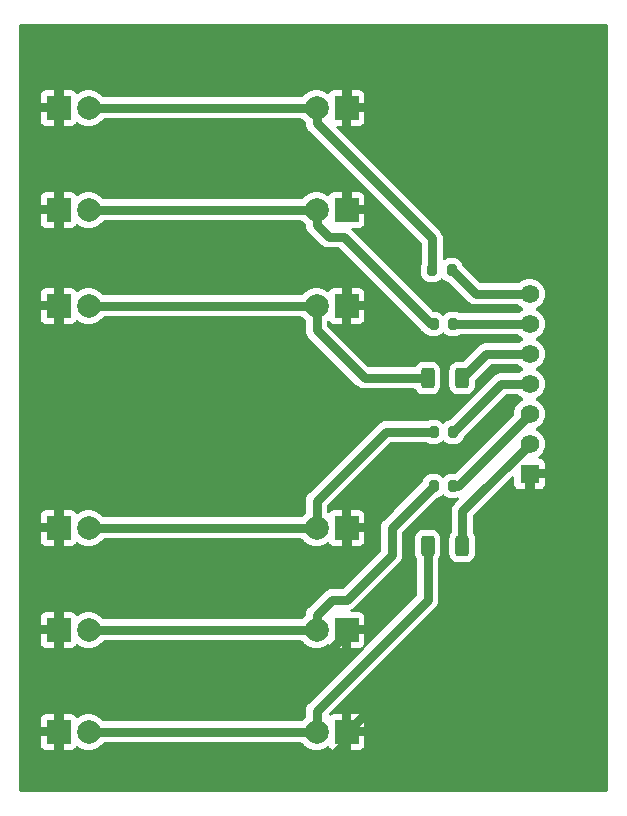
<source format=gtl>
%TF.GenerationSoftware,KiCad,Pcbnew,8.0.2*%
%TF.CreationDate,2024-05-20T12:28:02-04:00*%
%TF.ProjectId,Traffic_Light_PCBv01,54726166-6669-4635-9f4c-696768745f50,v02*%
%TF.SameCoordinates,Original*%
%TF.FileFunction,Copper,L1,Top*%
%TF.FilePolarity,Positive*%
%FSLAX46Y46*%
G04 Gerber Fmt 4.6, Leading zero omitted, Abs format (unit mm)*
G04 Created by KiCad (PCBNEW 8.0.2) date 2024-05-20 12:28:02*
%MOMM*%
%LPD*%
G01*
G04 APERTURE LIST*
G04 Aperture macros list*
%AMRoundRect*
0 Rectangle with rounded corners*
0 $1 Rounding radius*
0 $2 $3 $4 $5 $6 $7 $8 $9 X,Y pos of 4 corners*
0 Add a 4 corners polygon primitive as box body*
4,1,4,$2,$3,$4,$5,$6,$7,$8,$9,$2,$3,0*
0 Add four circle primitives for the rounded corners*
1,1,$1+$1,$2,$3*
1,1,$1+$1,$4,$5*
1,1,$1+$1,$6,$7*
1,1,$1+$1,$8,$9*
0 Add four rect primitives between the rounded corners*
20,1,$1+$1,$2,$3,$4,$5,0*
20,1,$1+$1,$4,$5,$6,$7,0*
20,1,$1+$1,$6,$7,$8,$9,0*
20,1,$1+$1,$8,$9,$2,$3,0*%
G04 Aperture macros list end*
%TA.AperFunction,ComponentPad*%
%ADD10R,2.000000X2.000000*%
%TD*%
%TA.AperFunction,ComponentPad*%
%ADD11C,2.000000*%
%TD*%
%TA.AperFunction,SMDPad,CuDef*%
%ADD12RoundRect,0.250000X0.312500X0.625000X-0.312500X0.625000X-0.312500X-0.625000X0.312500X-0.625000X0*%
%TD*%
%TA.AperFunction,SMDPad,CuDef*%
%ADD13RoundRect,0.200000X0.200000X0.275000X-0.200000X0.275000X-0.200000X-0.275000X0.200000X-0.275000X0*%
%TD*%
%TA.AperFunction,ComponentPad*%
%ADD14R,1.574800X1.574800*%
%TD*%
%TA.AperFunction,ComponentPad*%
%ADD15C,1.574800*%
%TD*%
%TA.AperFunction,Conductor*%
%ADD16C,0.762000*%
%TD*%
G04 APERTURE END LIST*
D10*
%TO.P,D10,1,K*%
%TO.N,GND*%
X155194000Y-104140000D03*
D11*
%TO.P,D10,2,A*%
%TO.N,Net-(D10-A)*%
X152654000Y-104140000D03*
%TD*%
D10*
%TO.P,D9,1,K*%
%TO.N,GND*%
X130810000Y-121412000D03*
D11*
%TO.P,D9,2,A*%
%TO.N,Net-(D12-A)*%
X133350000Y-121412000D03*
%TD*%
D10*
%TO.P,D3,1,K*%
%TO.N,GND*%
X130810000Y-85344000D03*
D11*
%TO.P,D3,2,A*%
%TO.N,Net-(D3-A)*%
X133350000Y-85344000D03*
%TD*%
D12*
%TO.P,R6,1*%
%TO.N,/EW_GREEN*%
X164977000Y-105664000D03*
%TO.P,R6,2*%
%TO.N,Net-(D12-A)*%
X162052000Y-105664000D03*
%TD*%
D13*
%TO.P,R2,1*%
%TO.N,/NS_YELLOW*%
X164210000Y-86868000D03*
%TO.P,R2,2*%
%TO.N,Net-(D2-A)*%
X162560000Y-86868000D03*
%TD*%
D10*
%TO.P,D11,1,K*%
%TO.N,GND*%
X155194000Y-112776000D03*
D11*
%TO.P,D11,2,A*%
%TO.N,Net-(D11-A)*%
X152654000Y-112776000D03*
%TD*%
D10*
%TO.P,D6,1,K*%
%TO.N,GND*%
X155194000Y-85344000D03*
D11*
%TO.P,D6,2,A*%
%TO.N,Net-(D3-A)*%
X152654000Y-85344000D03*
%TD*%
D10*
%TO.P,D4,1,K*%
%TO.N,GND*%
X155194000Y-68580000D03*
D11*
%TO.P,D4,2,A*%
%TO.N,Net-(D1-A)*%
X152654000Y-68580000D03*
%TD*%
D10*
%TO.P,D8,1,K*%
%TO.N,GND*%
X130810000Y-112776000D03*
D11*
%TO.P,D8,2,A*%
%TO.N,Net-(D11-A)*%
X133350000Y-112776000D03*
%TD*%
D10*
%TO.P,D5,1,K*%
%TO.N,GND*%
X155194000Y-77216000D03*
D11*
%TO.P,D5,2,A*%
%TO.N,Net-(D2-A)*%
X152654000Y-77216000D03*
%TD*%
D10*
%TO.P,D12,1,K*%
%TO.N,GND*%
X155194000Y-121412000D03*
D11*
%TO.P,D12,2,A*%
%TO.N,Net-(D12-A)*%
X152654000Y-121412000D03*
%TD*%
D13*
%TO.P,R5,1*%
%TO.N,/EW_YELLOW*%
X164210000Y-100584000D03*
%TO.P,R5,2*%
%TO.N,Net-(D11-A)*%
X162560000Y-100584000D03*
%TD*%
D12*
%TO.P,R3,1*%
%TO.N,/NS_GREEN*%
X164977000Y-91440000D03*
%TO.P,R3,2*%
%TO.N,Net-(D3-A)*%
X162052000Y-91440000D03*
%TD*%
D10*
%TO.P,D2,1,K*%
%TO.N,GND*%
X130810000Y-77216000D03*
D11*
%TO.P,D2,2,A*%
%TO.N,Net-(D2-A)*%
X133350000Y-77216000D03*
%TD*%
D14*
%TO.P,J1,1*%
%TO.N,GND*%
X170688000Y-99568000D03*
D15*
%TO.P,J1,2*%
%TO.N,/EW_GREEN*%
X170688000Y-97028000D03*
%TO.P,J1,3*%
%TO.N,/EW_YELLOW*%
X170688000Y-94488000D03*
%TO.P,J1,4*%
%TO.N,/EW_RED*%
X170688000Y-91948000D03*
%TO.P,J1,5*%
%TO.N,/NS_GREEN*%
X170688000Y-89408000D03*
%TO.P,J1,6*%
%TO.N,/NS_YELLOW*%
X170688000Y-86868000D03*
%TO.P,J1,7*%
%TO.N,/NS_RED*%
X170688000Y-84328000D03*
%TD*%
D13*
%TO.P,R1,1*%
%TO.N,/NS_RED*%
X164084000Y-82296000D03*
%TO.P,R1,2*%
%TO.N,Net-(D1-A)*%
X162434000Y-82296000D03*
%TD*%
D10*
%TO.P,D1,1,K*%
%TO.N,GND*%
X130810000Y-68580000D03*
D11*
%TO.P,D1,2,A*%
%TO.N,Net-(D1-A)*%
X133350000Y-68580000D03*
%TD*%
D10*
%TO.P,D7,1,K*%
%TO.N,GND*%
X130810000Y-104140000D03*
D11*
%TO.P,D7,2,A*%
%TO.N,Net-(D10-A)*%
X133350000Y-104140000D03*
%TD*%
D13*
%TO.P,R4,1*%
%TO.N,/EW_RED*%
X164210000Y-96012000D03*
%TO.P,R4,2*%
%TO.N,Net-(D10-A)*%
X162560000Y-96012000D03*
%TD*%
D16*
%TO.N,GND*%
X155194000Y-122174000D02*
X152908000Y-124460000D01*
X132080000Y-124460000D02*
X130810000Y-123190000D01*
X130810000Y-81280000D02*
X153670000Y-81280000D01*
X150876000Y-117348000D02*
X130810000Y-117348000D01*
X130810000Y-77216000D02*
X130810000Y-73152000D01*
X155194000Y-66548000D02*
X153670000Y-65024000D01*
X130810000Y-104140000D02*
X130810000Y-107696000D01*
X130810000Y-81280000D02*
X130810000Y-81788000D01*
X130810000Y-115316000D02*
X130810000Y-117348000D01*
X130810000Y-107696000D02*
X130810000Y-108204000D01*
X153670000Y-65024000D02*
X132080000Y-65024000D01*
X130810000Y-73152000D02*
X153162000Y-73152000D01*
X130810000Y-123190000D02*
X130810000Y-121412000D01*
X130810000Y-81788000D02*
X130810000Y-85344000D01*
X130810000Y-85344000D02*
X130810000Y-104110000D01*
X130810000Y-117348000D02*
X130810000Y-119380000D01*
X132080000Y-65024000D02*
X130810000Y-66294000D01*
X170688000Y-105918000D02*
X155194000Y-121412000D01*
X153416000Y-108204000D02*
X155194000Y-106426000D01*
X130810000Y-66294000D02*
X130810000Y-68580000D01*
X130810000Y-111730000D02*
X130810000Y-115316000D01*
X170688000Y-99568000D02*
X170688000Y-105918000D01*
X153162000Y-73152000D02*
X155194000Y-75184000D01*
X155194000Y-113030000D02*
X150876000Y-117348000D01*
X130810000Y-77216000D02*
X130810000Y-81280000D01*
X155194000Y-82804000D02*
X155194000Y-85344000D01*
X153670000Y-81280000D02*
X155194000Y-82804000D01*
X130810000Y-120650000D02*
X130810000Y-119380000D01*
X130810000Y-108204000D02*
X153416000Y-108204000D01*
X155194000Y-68580000D02*
X155194000Y-66548000D01*
X155194000Y-75184000D02*
X155194000Y-77216000D01*
X152908000Y-124460000D02*
X132080000Y-124460000D01*
X155194000Y-106426000D02*
X155194000Y-104140000D01*
X130810000Y-108204000D02*
X130810000Y-111730000D01*
X130810000Y-73152000D02*
X130810000Y-68580000D01*
%TO.N,Net-(D1-A)*%
X133350000Y-68580000D02*
X152654000Y-68580000D01*
X152654000Y-68580000D02*
X152654000Y-69850000D01*
X162434000Y-79630000D02*
X162434000Y-82296000D01*
X152654000Y-69850000D02*
X162434000Y-79630000D01*
%TO.N,Net-(D2-A)*%
X153670000Y-79502000D02*
X154940000Y-79502000D01*
X152654000Y-77216000D02*
X152654000Y-78486000D01*
X154940000Y-79502000D02*
X162306000Y-86868000D01*
X162306000Y-86868000D02*
X162560000Y-86868000D01*
X152654000Y-78486000D02*
X153670000Y-79502000D01*
X133350000Y-77216000D02*
X152654000Y-77216000D01*
%TO.N,Net-(D3-A)*%
X133096000Y-85344000D02*
X152654000Y-85344000D01*
X152654000Y-85344000D02*
X152654000Y-87376000D01*
X152654000Y-87376000D02*
X156718000Y-91440000D01*
X156718000Y-91440000D02*
X162052000Y-91440000D01*
%TO.N,Net-(D10-A)*%
X152654000Y-104140000D02*
X152654000Y-101854000D01*
X152654000Y-101854000D02*
X158496000Y-96012000D01*
X158496000Y-96012000D02*
X162560000Y-96012000D01*
X133350000Y-104140000D02*
X152654000Y-104140000D01*
%TO.N,Net-(D11-A)*%
X159004000Y-104140000D02*
X162560000Y-100584000D01*
X152654000Y-112776000D02*
X152654000Y-111506000D01*
X155194000Y-110236000D02*
X159004000Y-106426000D01*
X159004000Y-106426000D02*
X159004000Y-104140000D01*
X152654000Y-111506000D02*
X153924000Y-110236000D01*
X153924000Y-110236000D02*
X155194000Y-110236000D01*
X133350000Y-112776000D02*
X152654000Y-112776000D01*
%TO.N,Net-(D12-A)*%
X162052000Y-110236000D02*
X162052000Y-105664000D01*
X152654000Y-121412000D02*
X152654000Y-119634000D01*
X133350000Y-121412000D02*
X152654000Y-121412000D01*
X152654000Y-119634000D02*
X162052000Y-110236000D01*
%TO.N,/EW_GREEN*%
X170688000Y-97028000D02*
X164977000Y-102739000D01*
X164977000Y-102739000D02*
X164977000Y-105664000D01*
%TO.N,/EW_RED*%
X170688000Y-91948000D02*
X168274000Y-91948000D01*
X168274000Y-91948000D02*
X164210000Y-96012000D01*
%TO.N,/NS_GREEN*%
X167009000Y-89408000D02*
X164977000Y-91440000D01*
X170688000Y-89408000D02*
X167009000Y-89408000D01*
%TO.N,/NS_RED*%
X170688000Y-84328000D02*
X166116000Y-84328000D01*
X166116000Y-84328000D02*
X164084000Y-82296000D01*
%TO.N,/EW_YELLOW*%
X170688000Y-94488000D02*
X164592000Y-100584000D01*
%TO.N,/NS_YELLOW*%
X170688000Y-86868000D02*
X164210000Y-86868000D01*
%TD*%
%TA.AperFunction,Conductor*%
%TO.N,GND*%
G36*
X177242539Y-61480185D02*
G01*
X177288294Y-61532989D01*
X177299500Y-61584500D01*
X177299500Y-126375500D01*
X177279815Y-126442539D01*
X177227011Y-126488294D01*
X177175500Y-126499500D01*
X127624500Y-126499500D01*
X127557461Y-126479815D01*
X127511706Y-126427011D01*
X127500500Y-126375500D01*
X127500500Y-122460581D01*
X129302000Y-122460581D01*
X129308506Y-122521097D01*
X129359553Y-122657961D01*
X129447096Y-122774903D01*
X129564038Y-122862445D01*
X129564038Y-122862446D01*
X129700902Y-122913493D01*
X129761418Y-122919999D01*
X129761420Y-122920000D01*
X130429000Y-122920000D01*
X130429000Y-121793000D01*
X129302000Y-121793000D01*
X129302000Y-122460581D01*
X127500500Y-122460581D01*
X127500500Y-121346174D01*
X130310000Y-121346174D01*
X130310000Y-121477826D01*
X130344075Y-121604993D01*
X130409901Y-121719007D01*
X130502993Y-121812099D01*
X130617007Y-121877925D01*
X130744174Y-121912000D01*
X130875826Y-121912000D01*
X131002993Y-121877925D01*
X131117007Y-121812099D01*
X131191000Y-121738106D01*
X131191000Y-122920000D01*
X131858580Y-122920000D01*
X131858581Y-122919999D01*
X131919097Y-122913493D01*
X132055961Y-122862446D01*
X132055961Y-122862445D01*
X132172903Y-122774903D01*
X132265761Y-122650862D01*
X132267469Y-122652140D01*
X132308396Y-122611205D01*
X132376667Y-122596346D01*
X132442134Y-122620756D01*
X132448358Y-122625734D01*
X132460584Y-122636176D01*
X132460586Y-122636177D01*
X132460589Y-122636179D01*
X132663037Y-122760240D01*
X132663040Y-122760242D01*
X132882403Y-122851104D01*
X132882404Y-122851104D01*
X132882406Y-122851105D01*
X133113289Y-122906535D01*
X133350000Y-122925165D01*
X133586711Y-122906535D01*
X133817594Y-122851105D01*
X133817596Y-122851104D01*
X133817597Y-122851104D01*
X134036959Y-122760242D01*
X134036960Y-122760241D01*
X134036963Y-122760240D01*
X134239416Y-122636176D01*
X134419969Y-122481969D01*
X134536979Y-122344968D01*
X134595486Y-122306775D01*
X134631269Y-122301500D01*
X151372731Y-122301500D01*
X151439770Y-122321185D01*
X151467021Y-122344968D01*
X151584031Y-122481969D01*
X151717949Y-122596346D01*
X151764586Y-122636178D01*
X151764589Y-122636179D01*
X151967037Y-122760240D01*
X151967040Y-122760242D01*
X152186403Y-122851104D01*
X152186404Y-122851104D01*
X152186406Y-122851105D01*
X152417289Y-122906535D01*
X152654000Y-122925165D01*
X152890711Y-122906535D01*
X153121594Y-122851105D01*
X153121596Y-122851104D01*
X153121597Y-122851104D01*
X153340959Y-122760242D01*
X153340960Y-122760241D01*
X153340963Y-122760240D01*
X153543416Y-122636176D01*
X153555632Y-122625741D01*
X153619388Y-122597171D01*
X153688475Y-122607605D01*
X153737940Y-122651085D01*
X153738239Y-122650862D01*
X153739303Y-122652284D01*
X153740953Y-122653734D01*
X153743027Y-122657258D01*
X153831096Y-122774903D01*
X153948038Y-122862445D01*
X153948038Y-122862446D01*
X154084902Y-122913493D01*
X154145418Y-122919999D01*
X154145420Y-122920000D01*
X154813000Y-122920000D01*
X155575000Y-122920000D01*
X156242580Y-122920000D01*
X156242581Y-122919999D01*
X156303097Y-122913493D01*
X156439961Y-122862446D01*
X156439961Y-122862445D01*
X156556903Y-122774903D01*
X156644445Y-122657961D01*
X156644446Y-122657961D01*
X156695493Y-122521097D01*
X156701999Y-122460581D01*
X156702000Y-122460580D01*
X156702000Y-121793000D01*
X155575000Y-121793000D01*
X155575000Y-122920000D01*
X154813000Y-122920000D01*
X154813000Y-121738106D01*
X154886993Y-121812099D01*
X155001007Y-121877925D01*
X155128174Y-121912000D01*
X155259826Y-121912000D01*
X155386993Y-121877925D01*
X155501007Y-121812099D01*
X155594099Y-121719007D01*
X155659925Y-121604993D01*
X155694000Y-121477826D01*
X155694000Y-121346174D01*
X155659925Y-121219007D01*
X155594099Y-121104993D01*
X155520106Y-121031000D01*
X155575000Y-121031000D01*
X156702000Y-121031000D01*
X156702000Y-120363420D01*
X156701999Y-120363418D01*
X156695493Y-120302902D01*
X156644446Y-120166038D01*
X156556903Y-120049096D01*
X156439961Y-119961554D01*
X156439961Y-119961553D01*
X156303097Y-119910506D01*
X156242581Y-119904000D01*
X155575000Y-119904000D01*
X155575000Y-121031000D01*
X155520106Y-121031000D01*
X155501007Y-121011901D01*
X155386993Y-120946075D01*
X155259826Y-120912000D01*
X155128174Y-120912000D01*
X155001007Y-120946075D01*
X154886993Y-121011901D01*
X154813000Y-121085894D01*
X154813000Y-119904000D01*
X154145418Y-119904000D01*
X154084902Y-119910506D01*
X153948038Y-119961553D01*
X153948033Y-119961556D01*
X153889528Y-120005353D01*
X153824064Y-120029770D01*
X153755791Y-120014918D01*
X153706386Y-119965513D01*
X153691534Y-119897240D01*
X153715951Y-119831775D01*
X153727530Y-119818412D01*
X162742920Y-110803023D01*
X162840265Y-110657336D01*
X162907317Y-110495458D01*
X162941500Y-110323608D01*
X162941500Y-110148392D01*
X162941500Y-106833534D01*
X162959962Y-106768437D01*
X163056610Y-106611746D01*
X163056609Y-106611746D01*
X163056615Y-106611738D01*
X163112387Y-106443426D01*
X163123000Y-106339545D01*
X163122999Y-104988456D01*
X163112387Y-104884574D01*
X163056615Y-104716262D01*
X162963530Y-104565348D01*
X162838152Y-104439970D01*
X162687238Y-104346885D01*
X162645314Y-104332993D01*
X162518927Y-104291113D01*
X162415046Y-104280500D01*
X161688962Y-104280500D01*
X161688946Y-104280501D01*
X161585072Y-104291113D01*
X161416764Y-104346884D01*
X161416759Y-104346886D01*
X161265846Y-104439971D01*
X161140471Y-104565346D01*
X161047386Y-104716259D01*
X161047384Y-104716264D01*
X160991613Y-104884572D01*
X160981000Y-104988447D01*
X160981000Y-106339537D01*
X160981001Y-106339553D01*
X160991613Y-106443427D01*
X161047384Y-106611735D01*
X161047389Y-106611746D01*
X161144038Y-106768437D01*
X161162500Y-106833534D01*
X161162500Y-109816195D01*
X161142815Y-109883234D01*
X161126181Y-109903876D01*
X156787594Y-114242462D01*
X156726271Y-114275947D01*
X156692721Y-114273547D01*
X156696465Y-114290757D01*
X156672049Y-114356222D01*
X156660462Y-114369594D01*
X152086977Y-118943080D01*
X152025027Y-119005029D01*
X151963078Y-119066978D01*
X151865738Y-119212657D01*
X151865731Y-119212670D01*
X151798684Y-119374537D01*
X151798681Y-119374549D01*
X151764500Y-119546387D01*
X151764500Y-120130730D01*
X151744815Y-120197769D01*
X151721032Y-120225020D01*
X151584031Y-120342031D01*
X151467021Y-120479032D01*
X151408514Y-120517225D01*
X151372731Y-120522500D01*
X134631269Y-120522500D01*
X134564230Y-120502815D01*
X134536979Y-120479032D01*
X134520993Y-120460316D01*
X134419969Y-120342031D01*
X134282967Y-120225020D01*
X134239413Y-120187821D01*
X134239410Y-120187820D01*
X134036962Y-120063759D01*
X134036959Y-120063757D01*
X133817596Y-119972895D01*
X133586714Y-119917465D01*
X133350000Y-119898835D01*
X133113285Y-119917465D01*
X132882404Y-119972895D01*
X132882402Y-119972895D01*
X132663040Y-120063757D01*
X132663037Y-120063759D01*
X132460586Y-120187821D01*
X132460575Y-120187829D01*
X132448364Y-120198259D01*
X132384602Y-120226828D01*
X132315517Y-120216389D01*
X132266062Y-120172912D01*
X132265761Y-120173138D01*
X132264686Y-120171702D01*
X132263042Y-120170257D01*
X132260973Y-120166742D01*
X132172903Y-120049096D01*
X132055961Y-119961554D01*
X132055961Y-119961553D01*
X131919097Y-119910506D01*
X131858581Y-119904000D01*
X131191000Y-119904000D01*
X131191000Y-121085894D01*
X131117007Y-121011901D01*
X131002993Y-120946075D01*
X130875826Y-120912000D01*
X130744174Y-120912000D01*
X130617007Y-120946075D01*
X130502993Y-121011901D01*
X130409901Y-121104993D01*
X130344075Y-121219007D01*
X130310000Y-121346174D01*
X127500500Y-121346174D01*
X127500500Y-120363418D01*
X129302000Y-120363418D01*
X129302000Y-121031000D01*
X130429000Y-121031000D01*
X130429000Y-119904000D01*
X129761418Y-119904000D01*
X129700902Y-119910506D01*
X129564038Y-119961553D01*
X129564038Y-119961554D01*
X129447096Y-120049096D01*
X129359554Y-120166038D01*
X129359553Y-120166038D01*
X129308506Y-120302902D01*
X129302000Y-120363418D01*
X127500500Y-120363418D01*
X127500500Y-113824581D01*
X129302000Y-113824581D01*
X129308506Y-113885097D01*
X129359553Y-114021961D01*
X129447096Y-114138903D01*
X129564038Y-114226445D01*
X129564038Y-114226446D01*
X129700902Y-114277493D01*
X129761418Y-114283999D01*
X129761420Y-114284000D01*
X130429000Y-114284000D01*
X130429000Y-113157000D01*
X129302000Y-113157000D01*
X129302000Y-113824581D01*
X127500500Y-113824581D01*
X127500500Y-111727418D01*
X129302000Y-111727418D01*
X129302000Y-112395000D01*
X130429000Y-112395000D01*
X130429000Y-111268000D01*
X129761418Y-111268000D01*
X129700902Y-111274506D01*
X129564038Y-111325553D01*
X129564038Y-111325554D01*
X129447096Y-111413096D01*
X129359554Y-111530038D01*
X129359553Y-111530038D01*
X129308506Y-111666902D01*
X129302000Y-111727418D01*
X127500500Y-111727418D01*
X127500500Y-105188581D01*
X129302000Y-105188581D01*
X129308506Y-105249097D01*
X129359553Y-105385961D01*
X129447096Y-105502903D01*
X129564038Y-105590445D01*
X129564038Y-105590446D01*
X129700902Y-105641493D01*
X129761418Y-105647999D01*
X129761420Y-105648000D01*
X130429000Y-105648000D01*
X130429000Y-104521000D01*
X129302000Y-104521000D01*
X129302000Y-105188581D01*
X127500500Y-105188581D01*
X127500500Y-103091418D01*
X129302000Y-103091418D01*
X129302000Y-103759000D01*
X130429000Y-103759000D01*
X130429000Y-102632000D01*
X129761418Y-102632000D01*
X129700902Y-102638506D01*
X129564038Y-102689553D01*
X129564038Y-102689554D01*
X129447096Y-102777096D01*
X129359554Y-102894038D01*
X129359553Y-102894038D01*
X129308506Y-103030902D01*
X129302000Y-103091418D01*
X127500500Y-103091418D01*
X127500500Y-86392581D01*
X129302000Y-86392581D01*
X129308506Y-86453097D01*
X129359553Y-86589961D01*
X129447096Y-86706903D01*
X129564038Y-86794445D01*
X129564038Y-86794446D01*
X129700902Y-86845493D01*
X129761418Y-86851999D01*
X129761420Y-86852000D01*
X130429000Y-86852000D01*
X130429000Y-85725000D01*
X129302000Y-85725000D01*
X129302000Y-86392581D01*
X127500500Y-86392581D01*
X127500500Y-85278174D01*
X130310000Y-85278174D01*
X130310000Y-85409826D01*
X130344075Y-85536993D01*
X130409901Y-85651007D01*
X130502993Y-85744099D01*
X130617007Y-85809925D01*
X130744174Y-85844000D01*
X130875826Y-85844000D01*
X131002993Y-85809925D01*
X131117007Y-85744099D01*
X131191000Y-85670106D01*
X131191000Y-86852000D01*
X131858580Y-86852000D01*
X131858581Y-86851999D01*
X131919097Y-86845493D01*
X132055961Y-86794446D01*
X132055961Y-86794445D01*
X132172903Y-86706903D01*
X132265761Y-86582862D01*
X132267469Y-86584140D01*
X132308396Y-86543205D01*
X132376667Y-86528346D01*
X132442134Y-86552756D01*
X132448358Y-86557734D01*
X132460584Y-86568176D01*
X132460586Y-86568177D01*
X132460589Y-86568179D01*
X132663037Y-86692240D01*
X132663040Y-86692242D01*
X132882403Y-86783104D01*
X132882404Y-86783104D01*
X132882406Y-86783105D01*
X133113289Y-86838535D01*
X133350000Y-86857165D01*
X133586711Y-86838535D01*
X133817594Y-86783105D01*
X133817596Y-86783104D01*
X133817597Y-86783104D01*
X134036959Y-86692242D01*
X134036960Y-86692241D01*
X134036963Y-86692240D01*
X134239416Y-86568176D01*
X134419969Y-86413969D01*
X134536979Y-86276968D01*
X134595486Y-86238775D01*
X134631269Y-86233500D01*
X151372731Y-86233500D01*
X151439770Y-86253185D01*
X151467021Y-86276968D01*
X151584033Y-86413971D01*
X151721031Y-86530978D01*
X151759225Y-86589484D01*
X151764500Y-86625268D01*
X151764500Y-87463612D01*
X151798681Y-87635450D01*
X151798684Y-87635462D01*
X151865731Y-87797329D01*
X151865738Y-87797342D01*
X151963079Y-87943022D01*
X151963082Y-87943026D01*
X156027080Y-92007023D01*
X156135594Y-92115537D01*
X156150978Y-92130921D01*
X156296657Y-92228261D01*
X156296670Y-92228268D01*
X156458537Y-92295315D01*
X156458542Y-92295317D01*
X156630387Y-92329499D01*
X156630391Y-92329500D01*
X156630392Y-92329500D01*
X160942257Y-92329500D01*
X161009296Y-92349185D01*
X161047793Y-92388400D01*
X161140470Y-92538652D01*
X161265848Y-92664030D01*
X161416762Y-92757115D01*
X161585074Y-92812887D01*
X161688955Y-92823500D01*
X162415044Y-92823499D01*
X162518926Y-92812887D01*
X162687238Y-92757115D01*
X162838152Y-92664030D01*
X162963530Y-92538652D01*
X163056615Y-92387738D01*
X163112387Y-92219426D01*
X163123000Y-92115545D01*
X163122999Y-90764456D01*
X163112387Y-90660574D01*
X163056615Y-90492262D01*
X162963530Y-90341348D01*
X162838152Y-90215970D01*
X162687238Y-90122885D01*
X162687235Y-90122884D01*
X162518927Y-90067113D01*
X162415046Y-90056500D01*
X161688962Y-90056500D01*
X161688946Y-90056501D01*
X161585072Y-90067113D01*
X161416764Y-90122884D01*
X161416759Y-90122886D01*
X161265846Y-90215971D01*
X161140471Y-90341346D01*
X161140470Y-90341348D01*
X161047794Y-90491598D01*
X160995848Y-90538321D01*
X160942257Y-90550500D01*
X157137805Y-90550500D01*
X157070766Y-90530815D01*
X157050124Y-90514181D01*
X153579819Y-87043876D01*
X153546334Y-86982553D01*
X153543500Y-86956195D01*
X153543500Y-86695281D01*
X153563185Y-86628242D01*
X153615989Y-86582487D01*
X153685147Y-86572543D01*
X153748703Y-86601568D01*
X153766767Y-86620970D01*
X153831096Y-86706903D01*
X153948038Y-86794445D01*
X153948038Y-86794446D01*
X154084902Y-86845493D01*
X154145418Y-86851999D01*
X154145420Y-86852000D01*
X154813000Y-86852000D01*
X155575000Y-86852000D01*
X156242580Y-86852000D01*
X156242581Y-86851999D01*
X156303097Y-86845493D01*
X156439961Y-86794446D01*
X156439961Y-86794445D01*
X156556903Y-86706903D01*
X156644445Y-86589961D01*
X156644446Y-86589961D01*
X156695493Y-86453097D01*
X156701999Y-86392581D01*
X156702000Y-86392580D01*
X156702000Y-85725000D01*
X155575000Y-85725000D01*
X155575000Y-86852000D01*
X154813000Y-86852000D01*
X154813000Y-85670106D01*
X154886993Y-85744099D01*
X155001007Y-85809925D01*
X155128174Y-85844000D01*
X155259826Y-85844000D01*
X155386993Y-85809925D01*
X155501007Y-85744099D01*
X155594099Y-85651007D01*
X155659925Y-85536993D01*
X155694000Y-85409826D01*
X155694000Y-85278174D01*
X155659925Y-85151007D01*
X155594099Y-85036993D01*
X155520106Y-84963000D01*
X155575000Y-84963000D01*
X156702000Y-84963000D01*
X156702000Y-84295420D01*
X156701999Y-84295418D01*
X156695493Y-84234902D01*
X156644446Y-84098038D01*
X156556903Y-83981096D01*
X156439961Y-83893554D01*
X156439961Y-83893553D01*
X156303097Y-83842506D01*
X156242581Y-83836000D01*
X155575000Y-83836000D01*
X155575000Y-84963000D01*
X155520106Y-84963000D01*
X155501007Y-84943901D01*
X155386993Y-84878075D01*
X155259826Y-84844000D01*
X155128174Y-84844000D01*
X155001007Y-84878075D01*
X154886993Y-84943901D01*
X154813000Y-85017894D01*
X154813000Y-83836000D01*
X154145418Y-83836000D01*
X154084902Y-83842506D01*
X153948038Y-83893553D01*
X153948038Y-83893554D01*
X153831096Y-83981096D01*
X153738239Y-84105138D01*
X153736533Y-84103861D01*
X153695578Y-84144807D01*
X153627303Y-84159651D01*
X153561842Y-84135226D01*
X153555641Y-84130265D01*
X153543416Y-84119824D01*
X153543414Y-84119822D01*
X153543412Y-84119821D01*
X153543410Y-84119820D01*
X153340962Y-83995759D01*
X153340959Y-83995757D01*
X153121596Y-83904895D01*
X152890714Y-83849465D01*
X152654000Y-83830835D01*
X152417285Y-83849465D01*
X152186404Y-83904895D01*
X152186402Y-83904895D01*
X151967040Y-83995757D01*
X151967037Y-83995759D01*
X151764589Y-84119820D01*
X151764586Y-84119821D01*
X151584031Y-84274031D01*
X151467021Y-84411032D01*
X151408514Y-84449225D01*
X151372731Y-84454500D01*
X134631269Y-84454500D01*
X134564230Y-84434815D01*
X134536979Y-84411032D01*
X134520993Y-84392316D01*
X134419969Y-84274031D01*
X134285084Y-84158828D01*
X134239413Y-84119821D01*
X134239410Y-84119820D01*
X134036962Y-83995759D01*
X134036959Y-83995757D01*
X133817596Y-83904895D01*
X133586714Y-83849465D01*
X133350000Y-83830835D01*
X133113285Y-83849465D01*
X132882404Y-83904895D01*
X132882402Y-83904895D01*
X132663040Y-83995757D01*
X132663037Y-83995759D01*
X132460586Y-84119821D01*
X132460575Y-84119829D01*
X132448364Y-84130259D01*
X132384602Y-84158828D01*
X132315517Y-84148389D01*
X132266062Y-84104912D01*
X132265761Y-84105138D01*
X132264686Y-84103702D01*
X132263042Y-84102257D01*
X132260973Y-84098742D01*
X132172903Y-83981096D01*
X132055961Y-83893554D01*
X132055961Y-83893553D01*
X131919097Y-83842506D01*
X131858581Y-83836000D01*
X131191000Y-83836000D01*
X131191000Y-85017894D01*
X131117007Y-84943901D01*
X131002993Y-84878075D01*
X130875826Y-84844000D01*
X130744174Y-84844000D01*
X130617007Y-84878075D01*
X130502993Y-84943901D01*
X130409901Y-85036993D01*
X130344075Y-85151007D01*
X130310000Y-85278174D01*
X127500500Y-85278174D01*
X127500500Y-84295418D01*
X129302000Y-84295418D01*
X129302000Y-84963000D01*
X130429000Y-84963000D01*
X130429000Y-83836000D01*
X129761418Y-83836000D01*
X129700902Y-83842506D01*
X129564038Y-83893553D01*
X129564038Y-83893554D01*
X129447096Y-83981096D01*
X129359554Y-84098038D01*
X129359553Y-84098038D01*
X129308506Y-84234902D01*
X129302000Y-84295418D01*
X127500500Y-84295418D01*
X127500500Y-78264581D01*
X129302000Y-78264581D01*
X129308506Y-78325097D01*
X129359553Y-78461961D01*
X129447096Y-78578903D01*
X129564038Y-78666445D01*
X129564038Y-78666446D01*
X129700902Y-78717493D01*
X129761418Y-78723999D01*
X129761420Y-78724000D01*
X130429000Y-78724000D01*
X130429000Y-77597000D01*
X129302000Y-77597000D01*
X129302000Y-78264581D01*
X127500500Y-78264581D01*
X127500500Y-76167418D01*
X129302000Y-76167418D01*
X129302000Y-76835000D01*
X130429000Y-76835000D01*
X130429000Y-75708000D01*
X129761418Y-75708000D01*
X129700902Y-75714506D01*
X129564038Y-75765553D01*
X129564038Y-75765554D01*
X129447096Y-75853096D01*
X129359554Y-75970038D01*
X129359553Y-75970038D01*
X129308506Y-76106902D01*
X129302000Y-76167418D01*
X127500500Y-76167418D01*
X127500500Y-69628581D01*
X129302000Y-69628581D01*
X129308506Y-69689097D01*
X129359553Y-69825961D01*
X129447096Y-69942903D01*
X129564038Y-70030445D01*
X129564038Y-70030446D01*
X129700902Y-70081493D01*
X129761418Y-70087999D01*
X129761420Y-70088000D01*
X130429000Y-70088000D01*
X130429000Y-68961000D01*
X129302000Y-68961000D01*
X129302000Y-69628581D01*
X127500500Y-69628581D01*
X127500500Y-68514174D01*
X130310000Y-68514174D01*
X130310000Y-68645826D01*
X130344075Y-68772993D01*
X130409901Y-68887007D01*
X130502993Y-68980099D01*
X130617007Y-69045925D01*
X130744174Y-69080000D01*
X130875826Y-69080000D01*
X131002993Y-69045925D01*
X131117007Y-68980099D01*
X131191000Y-68906106D01*
X131191000Y-70088000D01*
X131858580Y-70088000D01*
X131858581Y-70087999D01*
X131919097Y-70081493D01*
X132055961Y-70030446D01*
X132055961Y-70030445D01*
X132172903Y-69942903D01*
X132265761Y-69818862D01*
X132267469Y-69820140D01*
X132308396Y-69779205D01*
X132376667Y-69764346D01*
X132442134Y-69788756D01*
X132448358Y-69793734D01*
X132460584Y-69804176D01*
X132460586Y-69804177D01*
X132460589Y-69804179D01*
X132663037Y-69928240D01*
X132663040Y-69928242D01*
X132882403Y-70019104D01*
X132882404Y-70019104D01*
X132882406Y-70019105D01*
X133113289Y-70074535D01*
X133350000Y-70093165D01*
X133586711Y-70074535D01*
X133817594Y-70019105D01*
X133817596Y-70019104D01*
X133817597Y-70019104D01*
X134036959Y-69928242D01*
X134036960Y-69928241D01*
X134036963Y-69928240D01*
X134239416Y-69804176D01*
X134419969Y-69649969D01*
X134536979Y-69512968D01*
X134595486Y-69474775D01*
X134631269Y-69469500D01*
X151372731Y-69469500D01*
X151439770Y-69489185D01*
X151467021Y-69512968D01*
X151584033Y-69649971D01*
X151721031Y-69766978D01*
X151759225Y-69825484D01*
X151764500Y-69861268D01*
X151764500Y-69937612D01*
X151798681Y-70109450D01*
X151798684Y-70109462D01*
X151865731Y-70271329D01*
X151865738Y-70271342D01*
X151963079Y-70417022D01*
X151963082Y-70417026D01*
X161508181Y-79962124D01*
X161541666Y-80023447D01*
X161544500Y-80049805D01*
X161544500Y-81833321D01*
X161538885Y-81870211D01*
X161531988Y-81892344D01*
X161531987Y-81892346D01*
X161525500Y-81963737D01*
X161525500Y-82628272D01*
X161531985Y-82699645D01*
X161531988Y-82699655D01*
X161583171Y-82863909D01*
X161672186Y-83011158D01*
X161793841Y-83132813D01*
X161793843Y-83132814D01*
X161793845Y-83132816D01*
X161941087Y-83221827D01*
X162105351Y-83273013D01*
X162176735Y-83279500D01*
X162691264Y-83279499D01*
X162691272Y-83279499D01*
X162762645Y-83273014D01*
X162762648Y-83273013D01*
X162762649Y-83273013D01*
X162926913Y-83221827D01*
X163074155Y-83132816D01*
X163101373Y-83105598D01*
X163171319Y-83035653D01*
X163232642Y-83002168D01*
X163302334Y-83007152D01*
X163346681Y-83035653D01*
X163443841Y-83132813D01*
X163443843Y-83132814D01*
X163443845Y-83132816D01*
X163591087Y-83221827D01*
X163591090Y-83221828D01*
X163591089Y-83221828D01*
X163755344Y-83273011D01*
X163755355Y-83273014D01*
X163763124Y-83273720D01*
X163828108Y-83299389D01*
X163839586Y-83309530D01*
X165548973Y-85018917D01*
X165548977Y-85018920D01*
X165694657Y-85116261D01*
X165694670Y-85116268D01*
X165810317Y-85164170D01*
X165856542Y-85183317D01*
X166028387Y-85217499D01*
X166028391Y-85217500D01*
X166028392Y-85217500D01*
X166203608Y-85217500D01*
X169693459Y-85217500D01*
X169760498Y-85237185D01*
X169781140Y-85253819D01*
X169851828Y-85324507D01*
X169851834Y-85324512D01*
X170037570Y-85454566D01*
X170037572Y-85454567D01*
X170037575Y-85454569D01*
X170104160Y-85485618D01*
X170156599Y-85531790D01*
X170175751Y-85598984D01*
X170155535Y-85665865D01*
X170104160Y-85710382D01*
X170037574Y-85741431D01*
X170037570Y-85741433D01*
X169851834Y-85871487D01*
X169851828Y-85871492D01*
X169781140Y-85942181D01*
X169719817Y-85975666D01*
X169693459Y-85978500D01*
X164797573Y-85978500D01*
X164733424Y-85960617D01*
X164702915Y-85942174D01*
X164702914Y-85942173D01*
X164702913Y-85942173D01*
X164538649Y-85890987D01*
X164538647Y-85890986D01*
X164538645Y-85890986D01*
X164488667Y-85886444D01*
X164467265Y-85884500D01*
X164467262Y-85884500D01*
X163952727Y-85884500D01*
X163881354Y-85890985D01*
X163881344Y-85890988D01*
X163717090Y-85942171D01*
X163569841Y-86031186D01*
X163569840Y-86031187D01*
X163472681Y-86128347D01*
X163411358Y-86161832D01*
X163341666Y-86156848D01*
X163297319Y-86128347D01*
X163200158Y-86031186D01*
X163052913Y-85942173D01*
X163052907Y-85942171D01*
X162888649Y-85890987D01*
X162888647Y-85890986D01*
X162888645Y-85890986D01*
X162838667Y-85886444D01*
X162817265Y-85884500D01*
X162817262Y-85884500D01*
X162631805Y-85884500D01*
X162564766Y-85864815D01*
X162544124Y-85848181D01*
X155631625Y-78935681D01*
X155598140Y-78874358D01*
X155603124Y-78804666D01*
X155644996Y-78748733D01*
X155710460Y-78724316D01*
X155719306Y-78724000D01*
X156242580Y-78724000D01*
X156242581Y-78723999D01*
X156303097Y-78717493D01*
X156439961Y-78666446D01*
X156439961Y-78666445D01*
X156556903Y-78578903D01*
X156644445Y-78461961D01*
X156644446Y-78461961D01*
X156695493Y-78325097D01*
X156701999Y-78264581D01*
X156702000Y-78264580D01*
X156702000Y-77597000D01*
X155520106Y-77597000D01*
X155594099Y-77523007D01*
X155659925Y-77408993D01*
X155694000Y-77281826D01*
X155694000Y-77150174D01*
X155659925Y-77023007D01*
X155594099Y-76908993D01*
X155520106Y-76835000D01*
X155575000Y-76835000D01*
X156702000Y-76835000D01*
X156702000Y-76167420D01*
X156701999Y-76167418D01*
X156695493Y-76106902D01*
X156644446Y-75970038D01*
X156556903Y-75853096D01*
X156439961Y-75765554D01*
X156439961Y-75765553D01*
X156303097Y-75714506D01*
X156242581Y-75708000D01*
X155575000Y-75708000D01*
X155575000Y-76835000D01*
X155520106Y-76835000D01*
X155501007Y-76815901D01*
X155386993Y-76750075D01*
X155259826Y-76716000D01*
X155128174Y-76716000D01*
X155001007Y-76750075D01*
X154886993Y-76815901D01*
X154813000Y-76889894D01*
X154813000Y-75708000D01*
X154145418Y-75708000D01*
X154084902Y-75714506D01*
X153948038Y-75765553D01*
X153948038Y-75765554D01*
X153831096Y-75853096D01*
X153738239Y-75977138D01*
X153736533Y-75975861D01*
X153695578Y-76016807D01*
X153627303Y-76031651D01*
X153561842Y-76007226D01*
X153555641Y-76002265D01*
X153543416Y-75991824D01*
X153543414Y-75991822D01*
X153543412Y-75991821D01*
X153543410Y-75991820D01*
X153340962Y-75867759D01*
X153340959Y-75867757D01*
X153121596Y-75776895D01*
X152890714Y-75721465D01*
X152654000Y-75702835D01*
X152417285Y-75721465D01*
X152186404Y-75776895D01*
X152186402Y-75776895D01*
X151967040Y-75867757D01*
X151967037Y-75867759D01*
X151764589Y-75991820D01*
X151764586Y-75991821D01*
X151584031Y-76146031D01*
X151467021Y-76283032D01*
X151408514Y-76321225D01*
X151372731Y-76326500D01*
X134631269Y-76326500D01*
X134564230Y-76306815D01*
X134536979Y-76283032D01*
X134520993Y-76264316D01*
X134419969Y-76146031D01*
X134285084Y-76030828D01*
X134239413Y-75991821D01*
X134239410Y-75991820D01*
X134036962Y-75867759D01*
X134036959Y-75867757D01*
X133817596Y-75776895D01*
X133586714Y-75721465D01*
X133350000Y-75702835D01*
X133113285Y-75721465D01*
X132882404Y-75776895D01*
X132882402Y-75776895D01*
X132663040Y-75867757D01*
X132663037Y-75867759D01*
X132460586Y-75991821D01*
X132460575Y-75991829D01*
X132448364Y-76002259D01*
X132384602Y-76030828D01*
X132315517Y-76020389D01*
X132266062Y-75976912D01*
X132265761Y-75977138D01*
X132264686Y-75975702D01*
X132263042Y-75974257D01*
X132260973Y-75970742D01*
X132172903Y-75853096D01*
X132055961Y-75765554D01*
X132055961Y-75765553D01*
X131919097Y-75714506D01*
X131858581Y-75708000D01*
X131191000Y-75708000D01*
X131191000Y-76889894D01*
X131117007Y-76815901D01*
X131002993Y-76750075D01*
X130875826Y-76716000D01*
X130744174Y-76716000D01*
X130617007Y-76750075D01*
X130502993Y-76815901D01*
X130409901Y-76908993D01*
X130344075Y-77023007D01*
X130310000Y-77150174D01*
X130310000Y-77281826D01*
X130344075Y-77408993D01*
X130409901Y-77523007D01*
X130502993Y-77616099D01*
X130617007Y-77681925D01*
X130744174Y-77716000D01*
X130875826Y-77716000D01*
X131002993Y-77681925D01*
X131117007Y-77616099D01*
X131191000Y-77542106D01*
X131191000Y-78724000D01*
X131858580Y-78724000D01*
X131858581Y-78723999D01*
X131919097Y-78717493D01*
X132055961Y-78666446D01*
X132055961Y-78666445D01*
X132172903Y-78578903D01*
X132265761Y-78454862D01*
X132267469Y-78456140D01*
X132308396Y-78415205D01*
X132376667Y-78400346D01*
X132442134Y-78424756D01*
X132448358Y-78429734D01*
X132460584Y-78440176D01*
X132460586Y-78440177D01*
X132460589Y-78440179D01*
X132663037Y-78564240D01*
X132663040Y-78564242D01*
X132882403Y-78655104D01*
X132882404Y-78655104D01*
X132882406Y-78655105D01*
X133113289Y-78710535D01*
X133350000Y-78729165D01*
X133586711Y-78710535D01*
X133817594Y-78655105D01*
X133817596Y-78655104D01*
X133817597Y-78655104D01*
X134036959Y-78564242D01*
X134036960Y-78564241D01*
X134036963Y-78564240D01*
X134239416Y-78440176D01*
X134419969Y-78285969D01*
X134536979Y-78148968D01*
X134595486Y-78110775D01*
X134631269Y-78105500D01*
X151372731Y-78105500D01*
X151439770Y-78125185D01*
X151467021Y-78148968D01*
X151584033Y-78285971D01*
X151721031Y-78402978D01*
X151759225Y-78461484D01*
X151764500Y-78497268D01*
X151764500Y-78573612D01*
X151798681Y-78745450D01*
X151798684Y-78745462D01*
X151865731Y-78907329D01*
X151865738Y-78907342D01*
X151963079Y-79053022D01*
X151963082Y-79053026D01*
X153102973Y-80192917D01*
X153102977Y-80192920D01*
X153248657Y-80290261D01*
X153248670Y-80290268D01*
X153410537Y-80357315D01*
X153410542Y-80357317D01*
X153582387Y-80391499D01*
X153582391Y-80391500D01*
X153582392Y-80391500D01*
X153757608Y-80391500D01*
X154520195Y-80391500D01*
X154587234Y-80411185D01*
X154607876Y-80427819D01*
X161615080Y-87435023D01*
X161738977Y-87558920D01*
X161834220Y-87622559D01*
X161853002Y-87637973D01*
X161919845Y-87704816D01*
X162067087Y-87793827D01*
X162231351Y-87845013D01*
X162302735Y-87851500D01*
X162817264Y-87851499D01*
X162817272Y-87851499D01*
X162888645Y-87845014D01*
X162888648Y-87845013D01*
X162888649Y-87845013D01*
X163052913Y-87793827D01*
X163200155Y-87704816D01*
X163200806Y-87704165D01*
X163297319Y-87607653D01*
X163358642Y-87574168D01*
X163428334Y-87579152D01*
X163472681Y-87607653D01*
X163569841Y-87704813D01*
X163569843Y-87704814D01*
X163569845Y-87704816D01*
X163717087Y-87793827D01*
X163881351Y-87845013D01*
X163952735Y-87851500D01*
X164467264Y-87851499D01*
X164467272Y-87851499D01*
X164538645Y-87845014D01*
X164538648Y-87845013D01*
X164538649Y-87845013D01*
X164702913Y-87793827D01*
X164714995Y-87786522D01*
X164733424Y-87775383D01*
X164797573Y-87757500D01*
X169693459Y-87757500D01*
X169760498Y-87777185D01*
X169781140Y-87793819D01*
X169851828Y-87864507D01*
X169851834Y-87864512D01*
X170037570Y-87994566D01*
X170037572Y-87994567D01*
X170037575Y-87994569D01*
X170104160Y-88025618D01*
X170156599Y-88071790D01*
X170175751Y-88138984D01*
X170155535Y-88205865D01*
X170104160Y-88250382D01*
X170037574Y-88281431D01*
X170037570Y-88281433D01*
X169851834Y-88411487D01*
X169851828Y-88411492D01*
X169781140Y-88482181D01*
X169719817Y-88515666D01*
X169693459Y-88518500D01*
X166921387Y-88518500D01*
X166749549Y-88552681D01*
X166749537Y-88552684D01*
X166587670Y-88619731D01*
X166587657Y-88619738D01*
X166441977Y-88717079D01*
X166441973Y-88717082D01*
X165138874Y-90020181D01*
X165077551Y-90053666D01*
X165051193Y-90056500D01*
X164613962Y-90056500D01*
X164613946Y-90056501D01*
X164510072Y-90067113D01*
X164341764Y-90122884D01*
X164341759Y-90122886D01*
X164190846Y-90215971D01*
X164065471Y-90341346D01*
X163972386Y-90492259D01*
X163972384Y-90492264D01*
X163916613Y-90660572D01*
X163906000Y-90764447D01*
X163906000Y-92115537D01*
X163906001Y-92115553D01*
X163916613Y-92219427D01*
X163972384Y-92387735D01*
X163972386Y-92387740D01*
X163975579Y-92392917D01*
X164065470Y-92538652D01*
X164190848Y-92664030D01*
X164341762Y-92757115D01*
X164510074Y-92812887D01*
X164613955Y-92823500D01*
X165340044Y-92823499D01*
X165443926Y-92812887D01*
X165612238Y-92757115D01*
X165763152Y-92664030D01*
X165888530Y-92538652D01*
X165981615Y-92387738D01*
X166037387Y-92219426D01*
X166048000Y-92115545D01*
X166047999Y-91678303D01*
X166067683Y-91611265D01*
X166084313Y-91590628D01*
X167341124Y-90333819D01*
X167402447Y-90300334D01*
X167428805Y-90297500D01*
X169693459Y-90297500D01*
X169760498Y-90317185D01*
X169781140Y-90333819D01*
X169851828Y-90404507D01*
X169851834Y-90404512D01*
X170037570Y-90534566D01*
X170037572Y-90534567D01*
X170037575Y-90534569D01*
X170104160Y-90565618D01*
X170156599Y-90611790D01*
X170175751Y-90678984D01*
X170155535Y-90745865D01*
X170104160Y-90790382D01*
X170037574Y-90821431D01*
X170037570Y-90821433D01*
X169851834Y-90951487D01*
X169851828Y-90951492D01*
X169781140Y-91022181D01*
X169719817Y-91055666D01*
X169693459Y-91058500D01*
X168186387Y-91058500D01*
X168014549Y-91092681D01*
X168014537Y-91092684D01*
X167852670Y-91159731D01*
X167852657Y-91159738D01*
X167706977Y-91257079D01*
X167706973Y-91257082D01*
X163965585Y-94998470D01*
X163904262Y-95031955D01*
X163889131Y-95034279D01*
X163881351Y-95034987D01*
X163771841Y-95069111D01*
X163717086Y-95086173D01*
X163569841Y-95175186D01*
X163569840Y-95175187D01*
X163472681Y-95272347D01*
X163411358Y-95305832D01*
X163341666Y-95300848D01*
X163297319Y-95272347D01*
X163200158Y-95175186D01*
X163169550Y-95156683D01*
X163052913Y-95086173D01*
X162888649Y-95034987D01*
X162888647Y-95034986D01*
X162888645Y-95034986D01*
X162836159Y-95030217D01*
X162817265Y-95028500D01*
X162817262Y-95028500D01*
X162302727Y-95028500D01*
X162231354Y-95034985D01*
X162231344Y-95034988D01*
X162067089Y-95086171D01*
X162067085Y-95086173D01*
X162036576Y-95104617D01*
X161972427Y-95122500D01*
X158408387Y-95122500D01*
X158236549Y-95156681D01*
X158236537Y-95156684D01*
X158074670Y-95223731D01*
X158074657Y-95223738D01*
X157928977Y-95321079D01*
X157928973Y-95321082D01*
X153502873Y-99747184D01*
X152086977Y-101163080D01*
X152055421Y-101194636D01*
X151963078Y-101286978D01*
X151865738Y-101432657D01*
X151865731Y-101432670D01*
X151798684Y-101594537D01*
X151798681Y-101594549D01*
X151764500Y-101766387D01*
X151764500Y-102858730D01*
X151744815Y-102925769D01*
X151721032Y-102953020D01*
X151584031Y-103070031D01*
X151467021Y-103207032D01*
X151408514Y-103245225D01*
X151372731Y-103250500D01*
X134631269Y-103250500D01*
X134564230Y-103230815D01*
X134536979Y-103207032D01*
X134495788Y-103158804D01*
X134419969Y-103070031D01*
X134282967Y-102953020D01*
X134239413Y-102915821D01*
X134239410Y-102915820D01*
X134036962Y-102791759D01*
X134036959Y-102791757D01*
X133817596Y-102700895D01*
X133586714Y-102645465D01*
X133350000Y-102626835D01*
X133113285Y-102645465D01*
X132882404Y-102700895D01*
X132882402Y-102700895D01*
X132663040Y-102791757D01*
X132663037Y-102791759D01*
X132460586Y-102915821D01*
X132460575Y-102915829D01*
X132448364Y-102926259D01*
X132384602Y-102954828D01*
X132315517Y-102944389D01*
X132266062Y-102900912D01*
X132265761Y-102901138D01*
X132264686Y-102899702D01*
X132263042Y-102898257D01*
X132260973Y-102894742D01*
X132172903Y-102777096D01*
X132055961Y-102689554D01*
X132055961Y-102689553D01*
X131919097Y-102638506D01*
X131858581Y-102632000D01*
X131191000Y-102632000D01*
X131191000Y-103813894D01*
X131117007Y-103739901D01*
X131002993Y-103674075D01*
X130875826Y-103640000D01*
X130744174Y-103640000D01*
X130617007Y-103674075D01*
X130502993Y-103739901D01*
X130409901Y-103832993D01*
X130344075Y-103947007D01*
X130310000Y-104074174D01*
X130310000Y-104205826D01*
X130344075Y-104332993D01*
X130409901Y-104447007D01*
X130502993Y-104540099D01*
X130617007Y-104605925D01*
X130744174Y-104640000D01*
X130875826Y-104640000D01*
X131002993Y-104605925D01*
X131117007Y-104540099D01*
X131191000Y-104466106D01*
X131191000Y-105648000D01*
X131858580Y-105648000D01*
X131858581Y-105647999D01*
X131919097Y-105641493D01*
X132055961Y-105590446D01*
X132055961Y-105590445D01*
X132172903Y-105502903D01*
X132265761Y-105378862D01*
X132267469Y-105380140D01*
X132308396Y-105339205D01*
X132376667Y-105324346D01*
X132442134Y-105348756D01*
X132448358Y-105353734D01*
X132460584Y-105364176D01*
X132460586Y-105364177D01*
X132460589Y-105364179D01*
X132663037Y-105488240D01*
X132663040Y-105488242D01*
X132882403Y-105579104D01*
X132882404Y-105579104D01*
X132882406Y-105579105D01*
X133113289Y-105634535D01*
X133350000Y-105653165D01*
X133586711Y-105634535D01*
X133817594Y-105579105D01*
X133817596Y-105579104D01*
X133817597Y-105579104D01*
X134036959Y-105488242D01*
X134036960Y-105488241D01*
X134036963Y-105488240D01*
X134239416Y-105364176D01*
X134419969Y-105209969D01*
X134536979Y-105072968D01*
X134595486Y-105034775D01*
X134631269Y-105029500D01*
X151372731Y-105029500D01*
X151439770Y-105049185D01*
X151467021Y-105072968D01*
X151584031Y-105209969D01*
X151717949Y-105324346D01*
X151764586Y-105364178D01*
X151764589Y-105364179D01*
X151967037Y-105488240D01*
X151967040Y-105488242D01*
X152186403Y-105579104D01*
X152186404Y-105579104D01*
X152186406Y-105579105D01*
X152417289Y-105634535D01*
X152654000Y-105653165D01*
X152890711Y-105634535D01*
X153121594Y-105579105D01*
X153121596Y-105579104D01*
X153121597Y-105579104D01*
X153340959Y-105488242D01*
X153340960Y-105488241D01*
X153340963Y-105488240D01*
X153543416Y-105364176D01*
X153555632Y-105353741D01*
X153619388Y-105325171D01*
X153688475Y-105335605D01*
X153737940Y-105379085D01*
X153738239Y-105378862D01*
X153739303Y-105380284D01*
X153740953Y-105381734D01*
X153743027Y-105385258D01*
X153831096Y-105502903D01*
X153948038Y-105590445D01*
X153948038Y-105590446D01*
X154084902Y-105641493D01*
X154145418Y-105647999D01*
X154145420Y-105648000D01*
X154813000Y-105648000D01*
X155575000Y-105648000D01*
X156242580Y-105648000D01*
X156242581Y-105647999D01*
X156303097Y-105641493D01*
X156439961Y-105590446D01*
X156439961Y-105590445D01*
X156556903Y-105502903D01*
X156644445Y-105385961D01*
X156644446Y-105385961D01*
X156695493Y-105249097D01*
X156701999Y-105188581D01*
X156702000Y-105188580D01*
X156702000Y-104521000D01*
X155575000Y-104521000D01*
X155575000Y-105648000D01*
X154813000Y-105648000D01*
X154813000Y-104466106D01*
X154886993Y-104540099D01*
X155001007Y-104605925D01*
X155128174Y-104640000D01*
X155259826Y-104640000D01*
X155386993Y-104605925D01*
X155501007Y-104540099D01*
X155594099Y-104447007D01*
X155659925Y-104332993D01*
X155694000Y-104205826D01*
X155694000Y-104074174D01*
X155659925Y-103947007D01*
X155594099Y-103832993D01*
X155520106Y-103759000D01*
X155575000Y-103759000D01*
X156702000Y-103759000D01*
X156702000Y-103091420D01*
X156701999Y-103091418D01*
X156695493Y-103030902D01*
X156644446Y-102894038D01*
X156556903Y-102777096D01*
X156439961Y-102689554D01*
X156439961Y-102689553D01*
X156303097Y-102638506D01*
X156242581Y-102632000D01*
X155575000Y-102632000D01*
X155575000Y-103759000D01*
X155520106Y-103759000D01*
X155501007Y-103739901D01*
X155386993Y-103674075D01*
X155259826Y-103640000D01*
X155128174Y-103640000D01*
X155001007Y-103674075D01*
X154886993Y-103739901D01*
X154813000Y-103813894D01*
X154813000Y-102632000D01*
X154145418Y-102632000D01*
X154084902Y-102638506D01*
X153948038Y-102689553D01*
X153948038Y-102689554D01*
X153831096Y-102777096D01*
X153766767Y-102863029D01*
X153710833Y-102904900D01*
X153641141Y-102909884D01*
X153579818Y-102876399D01*
X153546334Y-102815075D01*
X153543500Y-102788718D01*
X153543500Y-102273805D01*
X153563185Y-102206766D01*
X153579819Y-102186124D01*
X158828124Y-96937819D01*
X158889447Y-96904334D01*
X158915805Y-96901500D01*
X161972427Y-96901500D01*
X162036576Y-96919383D01*
X162059881Y-96933471D01*
X162067087Y-96937827D01*
X162231351Y-96989013D01*
X162302735Y-96995500D01*
X162817264Y-96995499D01*
X162817272Y-96995499D01*
X162888645Y-96989014D01*
X162888648Y-96989013D01*
X162888649Y-96989013D01*
X163052913Y-96937827D01*
X163200155Y-96848816D01*
X163246867Y-96802104D01*
X163297319Y-96751653D01*
X163358642Y-96718168D01*
X163428334Y-96723152D01*
X163472681Y-96751653D01*
X163569841Y-96848813D01*
X163569843Y-96848814D01*
X163569845Y-96848816D01*
X163717087Y-96937827D01*
X163881351Y-96989013D01*
X163952735Y-96995500D01*
X164467264Y-96995499D01*
X164467272Y-96995499D01*
X164538645Y-96989014D01*
X164538648Y-96989013D01*
X164538649Y-96989013D01*
X164702913Y-96937827D01*
X164850155Y-96848816D01*
X164971816Y-96727155D01*
X165060827Y-96579913D01*
X165112013Y-96415649D01*
X165112719Y-96407873D01*
X165138388Y-96342891D01*
X165148522Y-96331419D01*
X168606124Y-92873819D01*
X168667447Y-92840334D01*
X168693805Y-92837500D01*
X169693459Y-92837500D01*
X169760498Y-92857185D01*
X169781140Y-92873819D01*
X169851828Y-92944507D01*
X169851834Y-92944512D01*
X170037570Y-93074566D01*
X170037572Y-93074567D01*
X170037575Y-93074569D01*
X170104160Y-93105618D01*
X170156599Y-93151790D01*
X170175751Y-93218984D01*
X170155535Y-93285865D01*
X170104160Y-93330382D01*
X170037574Y-93361431D01*
X170037570Y-93361433D01*
X169851834Y-93491487D01*
X169851828Y-93491492D01*
X169691492Y-93651828D01*
X169691487Y-93651834D01*
X169561433Y-93837570D01*
X169561431Y-93837574D01*
X169465602Y-94043081D01*
X169465598Y-94043090D01*
X169406914Y-94262104D01*
X169406912Y-94262114D01*
X169386969Y-94490060D01*
X169361516Y-94555129D01*
X169351122Y-94566933D01*
X164353874Y-99564181D01*
X164292551Y-99597666D01*
X164266193Y-99600500D01*
X163952727Y-99600500D01*
X163881354Y-99606985D01*
X163881344Y-99606988D01*
X163717090Y-99658171D01*
X163569841Y-99747186D01*
X163569840Y-99747187D01*
X163472681Y-99844347D01*
X163411358Y-99877832D01*
X163341666Y-99872848D01*
X163297319Y-99844347D01*
X163200158Y-99747186D01*
X163052913Y-99658173D01*
X162988890Y-99638223D01*
X162888649Y-99606987D01*
X162888647Y-99606986D01*
X162888645Y-99606986D01*
X162838667Y-99602444D01*
X162817265Y-99600500D01*
X162817262Y-99600500D01*
X162302727Y-99600500D01*
X162231354Y-99606985D01*
X162231344Y-99606988D01*
X162067090Y-99658171D01*
X161919841Y-99747186D01*
X161798186Y-99868841D01*
X161709173Y-100016086D01*
X161709173Y-100016087D01*
X161657987Y-100180351D01*
X161657987Y-100180353D01*
X161657280Y-100188131D01*
X161631606Y-100253113D01*
X161621470Y-100264585D01*
X159196504Y-102689553D01*
X158436977Y-103449080D01*
X158375027Y-103511029D01*
X158313078Y-103572978D01*
X158215738Y-103718657D01*
X158215731Y-103718670D01*
X158148684Y-103880537D01*
X158148681Y-103880549D01*
X158114500Y-104052387D01*
X158114500Y-106006195D01*
X158094815Y-106073234D01*
X158078181Y-106093876D01*
X154861876Y-109310181D01*
X154800553Y-109343666D01*
X154774195Y-109346500D01*
X153836388Y-109346500D01*
X153664549Y-109380681D01*
X153664537Y-109380684D01*
X153502670Y-109447731D01*
X153502657Y-109447738D01*
X153356977Y-109545079D01*
X153356973Y-109545082D01*
X152244728Y-110657329D01*
X152086977Y-110815080D01*
X152025027Y-110877029D01*
X151963078Y-110938978D01*
X151865738Y-111084657D01*
X151865731Y-111084670D01*
X151798684Y-111246537D01*
X151798681Y-111246549D01*
X151764500Y-111418387D01*
X151764500Y-111494730D01*
X151744815Y-111561769D01*
X151721032Y-111589020D01*
X151584031Y-111706031D01*
X151467021Y-111843032D01*
X151408514Y-111881225D01*
X151372731Y-111886500D01*
X134631269Y-111886500D01*
X134564230Y-111866815D01*
X134536979Y-111843032D01*
X134520993Y-111824316D01*
X134419969Y-111706031D01*
X134282967Y-111589020D01*
X134239413Y-111551821D01*
X134239410Y-111551820D01*
X134036962Y-111427759D01*
X134036959Y-111427757D01*
X133817596Y-111336895D01*
X133586714Y-111281465D01*
X133350000Y-111262835D01*
X133113285Y-111281465D01*
X132882404Y-111336895D01*
X132882402Y-111336895D01*
X132663040Y-111427757D01*
X132663037Y-111427759D01*
X132460586Y-111551821D01*
X132460575Y-111551829D01*
X132448364Y-111562259D01*
X132384602Y-111590828D01*
X132315517Y-111580389D01*
X132266062Y-111536912D01*
X132265761Y-111537138D01*
X132264686Y-111535702D01*
X132263042Y-111534257D01*
X132260973Y-111530742D01*
X132172903Y-111413096D01*
X132055961Y-111325554D01*
X132055961Y-111325553D01*
X131919097Y-111274506D01*
X131858581Y-111268000D01*
X131191000Y-111268000D01*
X131191000Y-112449894D01*
X131117007Y-112375901D01*
X131002993Y-112310075D01*
X130875826Y-112276000D01*
X130744174Y-112276000D01*
X130617007Y-112310075D01*
X130502993Y-112375901D01*
X130409901Y-112468993D01*
X130344075Y-112583007D01*
X130310000Y-112710174D01*
X130310000Y-112841826D01*
X130344075Y-112968993D01*
X130409901Y-113083007D01*
X130502993Y-113176099D01*
X130617007Y-113241925D01*
X130744174Y-113276000D01*
X130875826Y-113276000D01*
X131002993Y-113241925D01*
X131117007Y-113176099D01*
X131191000Y-113102106D01*
X131191000Y-114284000D01*
X131858580Y-114284000D01*
X131858581Y-114283999D01*
X131919097Y-114277493D01*
X132055961Y-114226446D01*
X132055961Y-114226445D01*
X132172903Y-114138903D01*
X132265761Y-114014862D01*
X132267469Y-114016140D01*
X132308396Y-113975205D01*
X132376667Y-113960346D01*
X132442134Y-113984756D01*
X132448358Y-113989734D01*
X132460584Y-114000176D01*
X132460586Y-114000177D01*
X132460589Y-114000179D01*
X132663037Y-114124240D01*
X132663040Y-114124242D01*
X132882403Y-114215104D01*
X132882404Y-114215104D01*
X132882406Y-114215105D01*
X133113289Y-114270535D01*
X133350000Y-114289165D01*
X133586711Y-114270535D01*
X133817594Y-114215105D01*
X133817596Y-114215104D01*
X133817597Y-114215104D01*
X134036959Y-114124242D01*
X134036960Y-114124241D01*
X134036963Y-114124240D01*
X134239416Y-114000176D01*
X134419969Y-113845969D01*
X134536979Y-113708968D01*
X134595486Y-113670775D01*
X134631269Y-113665500D01*
X151372731Y-113665500D01*
X151439770Y-113685185D01*
X151467021Y-113708968D01*
X151584031Y-113845969D01*
X151717949Y-113960346D01*
X151764586Y-114000178D01*
X151764589Y-114000179D01*
X151967037Y-114124240D01*
X151967040Y-114124242D01*
X152186403Y-114215104D01*
X152186404Y-114215104D01*
X152186406Y-114215105D01*
X152417289Y-114270535D01*
X152654000Y-114289165D01*
X152890711Y-114270535D01*
X153121594Y-114215105D01*
X153121596Y-114215104D01*
X153121597Y-114215104D01*
X153340959Y-114124242D01*
X153340960Y-114124241D01*
X153340963Y-114124240D01*
X153543416Y-114000176D01*
X153555632Y-113989741D01*
X153619388Y-113961171D01*
X153688475Y-113971605D01*
X153737940Y-114015085D01*
X153738239Y-114014862D01*
X153739303Y-114016284D01*
X153740953Y-114017734D01*
X153743027Y-114021258D01*
X153831096Y-114138903D01*
X153948038Y-114226445D01*
X153948038Y-114226446D01*
X154084902Y-114277493D01*
X154145418Y-114283999D01*
X154145420Y-114284000D01*
X154813000Y-114284000D01*
X155575000Y-114284000D01*
X156242580Y-114284000D01*
X156242581Y-114283999D01*
X156303097Y-114277493D01*
X156439961Y-114226446D01*
X156439962Y-114226445D01*
X156498469Y-114182647D01*
X156563933Y-114158229D01*
X156576794Y-114161026D01*
X156591081Y-114095354D01*
X156600647Y-114080469D01*
X156644445Y-114021962D01*
X156644446Y-114021961D01*
X156695493Y-113885097D01*
X156701999Y-113824581D01*
X156702000Y-113824580D01*
X156702000Y-113157000D01*
X155575000Y-113157000D01*
X155575000Y-114284000D01*
X154813000Y-114284000D01*
X154813000Y-113102106D01*
X154886993Y-113176099D01*
X155001007Y-113241925D01*
X155128174Y-113276000D01*
X155259826Y-113276000D01*
X155386993Y-113241925D01*
X155501007Y-113176099D01*
X155594099Y-113083007D01*
X155659925Y-112968993D01*
X155694000Y-112841826D01*
X155694000Y-112710174D01*
X155659925Y-112583007D01*
X155594099Y-112468993D01*
X155520106Y-112395000D01*
X156702000Y-112395000D01*
X156702000Y-111727420D01*
X156701999Y-111727418D01*
X156695493Y-111666902D01*
X156644446Y-111530038D01*
X156556903Y-111413096D01*
X156439961Y-111325554D01*
X156439961Y-111325553D01*
X156303097Y-111274506D01*
X156242581Y-111268000D01*
X155650298Y-111268000D01*
X155583259Y-111248315D01*
X155537504Y-111195511D01*
X155527560Y-111126353D01*
X155556585Y-111062797D01*
X155602846Y-111029439D01*
X155615329Y-111024268D01*
X155615329Y-111024267D01*
X155615336Y-111024265D01*
X155761023Y-110926920D01*
X159694920Y-106993023D01*
X159792265Y-106847336D01*
X159859317Y-106685458D01*
X159893500Y-106513608D01*
X159893500Y-106338391D01*
X159893500Y-104559804D01*
X159913185Y-104492765D01*
X159929814Y-104472128D01*
X162804413Y-101597528D01*
X162865734Y-101564045D01*
X162880869Y-101561719D01*
X162888649Y-101561013D01*
X162888651Y-101561012D01*
X162888653Y-101561012D01*
X163052910Y-101509828D01*
X163052910Y-101509827D01*
X163052913Y-101509827D01*
X163200155Y-101420816D01*
X163248706Y-101372265D01*
X163297319Y-101323653D01*
X163358642Y-101290168D01*
X163428334Y-101295152D01*
X163472681Y-101323653D01*
X163569841Y-101420813D01*
X163569843Y-101420814D01*
X163569845Y-101420816D01*
X163717087Y-101509827D01*
X163881351Y-101561013D01*
X163952735Y-101567500D01*
X164467264Y-101567499D01*
X164467272Y-101567499D01*
X164538645Y-101561014D01*
X164538649Y-101561013D01*
X164538652Y-101561012D01*
X164578968Y-101548448D01*
X164648829Y-101547297D01*
X164708221Y-101584097D01*
X164738290Y-101647166D01*
X164729488Y-101716479D01*
X164703541Y-101754515D01*
X164409977Y-102048080D01*
X164348027Y-102110029D01*
X164286078Y-102171978D01*
X164188738Y-102317657D01*
X164188731Y-102317670D01*
X164121684Y-102479537D01*
X164121681Y-102479549D01*
X164087500Y-102651387D01*
X164087500Y-104494465D01*
X164069039Y-104559562D01*
X163972386Y-104716259D01*
X163972384Y-104716264D01*
X163916613Y-104884572D01*
X163906000Y-104988447D01*
X163906000Y-106339537D01*
X163906001Y-106339553D01*
X163916613Y-106443427D01*
X163939869Y-106513609D01*
X163972385Y-106611738D01*
X164065470Y-106762652D01*
X164190848Y-106888030D01*
X164341762Y-106981115D01*
X164510074Y-107036887D01*
X164613955Y-107047500D01*
X165340044Y-107047499D01*
X165443926Y-107036887D01*
X165612238Y-106981115D01*
X165763152Y-106888030D01*
X165888530Y-106762652D01*
X165981615Y-106611738D01*
X166037387Y-106443426D01*
X166048000Y-106339545D01*
X166047999Y-104988456D01*
X166037387Y-104884574D01*
X165981615Y-104716262D01*
X165888530Y-104565348D01*
X165888529Y-104565347D01*
X165884961Y-104559562D01*
X165866500Y-104494465D01*
X165866500Y-103158804D01*
X165886185Y-103091765D01*
X165902814Y-103071128D01*
X169180919Y-99793022D01*
X169242242Y-99759538D01*
X169311934Y-99764522D01*
X169367867Y-99806394D01*
X169392284Y-99871858D01*
X169392600Y-99880704D01*
X169392600Y-100403981D01*
X169399106Y-100464497D01*
X169450153Y-100601361D01*
X169537696Y-100718303D01*
X169654638Y-100805845D01*
X169654638Y-100805846D01*
X169791502Y-100856893D01*
X169852018Y-100863399D01*
X169852020Y-100863400D01*
X170307000Y-100863400D01*
X171069000Y-100863400D01*
X171523980Y-100863400D01*
X171523981Y-100863399D01*
X171584497Y-100856893D01*
X171721361Y-100805846D01*
X171721361Y-100805845D01*
X171838303Y-100718303D01*
X171925845Y-100601361D01*
X171925846Y-100601361D01*
X171976893Y-100464497D01*
X171983399Y-100403981D01*
X171983400Y-100403980D01*
X171983400Y-99949000D01*
X171069000Y-99949000D01*
X171069000Y-100863400D01*
X170307000Y-100863400D01*
X170307000Y-99941341D01*
X170360485Y-99994826D01*
X170482115Y-100065050D01*
X170617777Y-100101400D01*
X170758223Y-100101400D01*
X170893885Y-100065050D01*
X171015515Y-99994826D01*
X171114826Y-99895515D01*
X171185050Y-99773885D01*
X171221400Y-99638223D01*
X171221400Y-99497777D01*
X171185050Y-99362115D01*
X171114826Y-99240485D01*
X171061341Y-99187000D01*
X171983400Y-99187000D01*
X171983400Y-98732020D01*
X171983399Y-98732018D01*
X171976893Y-98671502D01*
X171925846Y-98534638D01*
X171838303Y-98417696D01*
X171721361Y-98330154D01*
X171721361Y-98330153D01*
X171584495Y-98279105D01*
X171584491Y-98279104D01*
X171545554Y-98274918D01*
X171481003Y-98248180D01*
X171441155Y-98190787D01*
X171438662Y-98120962D01*
X171474315Y-98060873D01*
X171487679Y-98050060D01*
X171524170Y-98024509D01*
X171684509Y-97864170D01*
X171814569Y-97678425D01*
X171910399Y-97472917D01*
X171969087Y-97253890D01*
X171988850Y-97028000D01*
X171969087Y-96802110D01*
X171910399Y-96583083D01*
X171814569Y-96377575D01*
X171814567Y-96377572D01*
X171814566Y-96377570D01*
X171684512Y-96191834D01*
X171684507Y-96191828D01*
X171524171Y-96031492D01*
X171524165Y-96031487D01*
X171338429Y-95901433D01*
X171338421Y-95901429D01*
X171271840Y-95870382D01*
X171219400Y-95824210D01*
X171200248Y-95757017D01*
X171220463Y-95690135D01*
X171271840Y-95645618D01*
X171338425Y-95614569D01*
X171524170Y-95484509D01*
X171684509Y-95324170D01*
X171814569Y-95138425D01*
X171910399Y-94932917D01*
X171969087Y-94713890D01*
X171988850Y-94488000D01*
X171969087Y-94262110D01*
X171910399Y-94043083D01*
X171814569Y-93837575D01*
X171814567Y-93837572D01*
X171814566Y-93837570D01*
X171684512Y-93651834D01*
X171684507Y-93651828D01*
X171524171Y-93491492D01*
X171524165Y-93491487D01*
X171338429Y-93361433D01*
X171338421Y-93361429D01*
X171271840Y-93330382D01*
X171219400Y-93284210D01*
X171200248Y-93217017D01*
X171220463Y-93150135D01*
X171271840Y-93105618D01*
X171338425Y-93074569D01*
X171524170Y-92944509D01*
X171684509Y-92784170D01*
X171814569Y-92598425D01*
X171910399Y-92392917D01*
X171969087Y-92173890D01*
X171988850Y-91948000D01*
X171969087Y-91722110D01*
X171910399Y-91503083D01*
X171814569Y-91297575D01*
X171814567Y-91297572D01*
X171814566Y-91297570D01*
X171684512Y-91111834D01*
X171684507Y-91111828D01*
X171524171Y-90951492D01*
X171524165Y-90951487D01*
X171338429Y-90821433D01*
X171338421Y-90821429D01*
X171271840Y-90790382D01*
X171219400Y-90744210D01*
X171200248Y-90677017D01*
X171220463Y-90610135D01*
X171271840Y-90565618D01*
X171338425Y-90534569D01*
X171524170Y-90404509D01*
X171684509Y-90244170D01*
X171814569Y-90058425D01*
X171910399Y-89852917D01*
X171969087Y-89633890D01*
X171988850Y-89408000D01*
X171969087Y-89182110D01*
X171910399Y-88963083D01*
X171814569Y-88757575D01*
X171814567Y-88757572D01*
X171814566Y-88757570D01*
X171684512Y-88571834D01*
X171684507Y-88571828D01*
X171524171Y-88411492D01*
X171524165Y-88411487D01*
X171338429Y-88281433D01*
X171338421Y-88281429D01*
X171271840Y-88250382D01*
X171219400Y-88204210D01*
X171200248Y-88137017D01*
X171220463Y-88070135D01*
X171271840Y-88025618D01*
X171338425Y-87994569D01*
X171524170Y-87864509D01*
X171684509Y-87704170D01*
X171814569Y-87518425D01*
X171910399Y-87312917D01*
X171969087Y-87093890D01*
X171988850Y-86868000D01*
X171969087Y-86642110D01*
X171910399Y-86423083D01*
X171814569Y-86217575D01*
X171814567Y-86217572D01*
X171814566Y-86217570D01*
X171684512Y-86031834D01*
X171684507Y-86031828D01*
X171524171Y-85871492D01*
X171524165Y-85871487D01*
X171338429Y-85741433D01*
X171338421Y-85741429D01*
X171271840Y-85710382D01*
X171219400Y-85664210D01*
X171200248Y-85597017D01*
X171220463Y-85530135D01*
X171271840Y-85485618D01*
X171338425Y-85454569D01*
X171524170Y-85324509D01*
X171684509Y-85164170D01*
X171814569Y-84978425D01*
X171910399Y-84772917D01*
X171969087Y-84553890D01*
X171988850Y-84328000D01*
X171969087Y-84102110D01*
X171924525Y-83935805D01*
X171910401Y-83883090D01*
X171910400Y-83883089D01*
X171910399Y-83883083D01*
X171814569Y-83677575D01*
X171814567Y-83677572D01*
X171814566Y-83677570D01*
X171684512Y-83491834D01*
X171684507Y-83491828D01*
X171524171Y-83331492D01*
X171524165Y-83331487D01*
X171338429Y-83201433D01*
X171338425Y-83201431D01*
X171132917Y-83105601D01*
X171132913Y-83105600D01*
X171132909Y-83105598D01*
X170913895Y-83046914D01*
X170913885Y-83046912D01*
X170688001Y-83027150D01*
X170687999Y-83027150D01*
X170462114Y-83046912D01*
X170462104Y-83046914D01*
X170243090Y-83105598D01*
X170243081Y-83105602D01*
X170037574Y-83201431D01*
X170037570Y-83201433D01*
X169851834Y-83331487D01*
X169851828Y-83331492D01*
X169781140Y-83402181D01*
X169719817Y-83435666D01*
X169693459Y-83438500D01*
X166535805Y-83438500D01*
X166468766Y-83418815D01*
X166448124Y-83402181D01*
X165022530Y-81976587D01*
X164989045Y-81915264D01*
X164986720Y-81900125D01*
X164986014Y-81892355D01*
X164986011Y-81892344D01*
X164934828Y-81728090D01*
X164934827Y-81728089D01*
X164934827Y-81728087D01*
X164845816Y-81580845D01*
X164845814Y-81580843D01*
X164845813Y-81580841D01*
X164724158Y-81459186D01*
X164685853Y-81436030D01*
X164576913Y-81370173D01*
X164412649Y-81318987D01*
X164412647Y-81318986D01*
X164412645Y-81318986D01*
X164362667Y-81314444D01*
X164341265Y-81312500D01*
X164341262Y-81312500D01*
X163826727Y-81312500D01*
X163755354Y-81318985D01*
X163755344Y-81318988D01*
X163591089Y-81370171D01*
X163591085Y-81370173D01*
X163511649Y-81418194D01*
X163444094Y-81436030D01*
X163377621Y-81414512D01*
X163333333Y-81360471D01*
X163323500Y-81312077D01*
X163323500Y-79542391D01*
X163323499Y-79542387D01*
X163289318Y-79370549D01*
X163289317Y-79370542D01*
X163289315Y-79370537D01*
X163222268Y-79208670D01*
X163222261Y-79208657D01*
X163124921Y-79062978D01*
X163114965Y-79053022D01*
X163001023Y-78939080D01*
X154361624Y-70299681D01*
X154328139Y-70238358D01*
X154333123Y-70168666D01*
X154374995Y-70112733D01*
X154440459Y-70088316D01*
X154449305Y-70088000D01*
X154813000Y-70088000D01*
X155575000Y-70088000D01*
X156242580Y-70088000D01*
X156242581Y-70087999D01*
X156303097Y-70081493D01*
X156439961Y-70030446D01*
X156439961Y-70030445D01*
X156556903Y-69942903D01*
X156644445Y-69825961D01*
X156644446Y-69825961D01*
X156695493Y-69689097D01*
X156701999Y-69628581D01*
X156702000Y-69628580D01*
X156702000Y-68961000D01*
X155575000Y-68961000D01*
X155575000Y-70088000D01*
X154813000Y-70088000D01*
X154813000Y-68906106D01*
X154886993Y-68980099D01*
X155001007Y-69045925D01*
X155128174Y-69080000D01*
X155259826Y-69080000D01*
X155386993Y-69045925D01*
X155501007Y-68980099D01*
X155594099Y-68887007D01*
X155659925Y-68772993D01*
X155694000Y-68645826D01*
X155694000Y-68514174D01*
X155659925Y-68387007D01*
X155594099Y-68272993D01*
X155520106Y-68199000D01*
X155575000Y-68199000D01*
X156702000Y-68199000D01*
X156702000Y-67531420D01*
X156701999Y-67531418D01*
X156695493Y-67470902D01*
X156644446Y-67334038D01*
X156556903Y-67217096D01*
X156439961Y-67129554D01*
X156439961Y-67129553D01*
X156303097Y-67078506D01*
X156242581Y-67072000D01*
X155575000Y-67072000D01*
X155575000Y-68199000D01*
X155520106Y-68199000D01*
X155501007Y-68179901D01*
X155386993Y-68114075D01*
X155259826Y-68080000D01*
X155128174Y-68080000D01*
X155001007Y-68114075D01*
X154886993Y-68179901D01*
X154813000Y-68253894D01*
X154813000Y-67072000D01*
X154145418Y-67072000D01*
X154084902Y-67078506D01*
X153948038Y-67129553D01*
X153948038Y-67129554D01*
X153831096Y-67217096D01*
X153738239Y-67341138D01*
X153736533Y-67339861D01*
X153695578Y-67380807D01*
X153627303Y-67395651D01*
X153561842Y-67371226D01*
X153555641Y-67366265D01*
X153543416Y-67355824D01*
X153543414Y-67355822D01*
X153543412Y-67355821D01*
X153543410Y-67355820D01*
X153340962Y-67231759D01*
X153340959Y-67231757D01*
X153121596Y-67140895D01*
X152890714Y-67085465D01*
X152654000Y-67066835D01*
X152417285Y-67085465D01*
X152186404Y-67140895D01*
X152186402Y-67140895D01*
X151967040Y-67231757D01*
X151967037Y-67231759D01*
X151764589Y-67355820D01*
X151764586Y-67355821D01*
X151584031Y-67510031D01*
X151467021Y-67647032D01*
X151408514Y-67685225D01*
X151372731Y-67690500D01*
X134631269Y-67690500D01*
X134564230Y-67670815D01*
X134536979Y-67647032D01*
X134520993Y-67628316D01*
X134419969Y-67510031D01*
X134285084Y-67394828D01*
X134239413Y-67355821D01*
X134239410Y-67355820D01*
X134036962Y-67231759D01*
X134036959Y-67231757D01*
X133817596Y-67140895D01*
X133586714Y-67085465D01*
X133350000Y-67066835D01*
X133113285Y-67085465D01*
X132882404Y-67140895D01*
X132882402Y-67140895D01*
X132663040Y-67231757D01*
X132663037Y-67231759D01*
X132460586Y-67355821D01*
X132460575Y-67355829D01*
X132448364Y-67366259D01*
X132384602Y-67394828D01*
X132315517Y-67384389D01*
X132266062Y-67340912D01*
X132265761Y-67341138D01*
X132264686Y-67339702D01*
X132263042Y-67338257D01*
X132260973Y-67334742D01*
X132172903Y-67217096D01*
X132055961Y-67129554D01*
X132055961Y-67129553D01*
X131919097Y-67078506D01*
X131858581Y-67072000D01*
X131191000Y-67072000D01*
X131191000Y-68253894D01*
X131117007Y-68179901D01*
X131002993Y-68114075D01*
X130875826Y-68080000D01*
X130744174Y-68080000D01*
X130617007Y-68114075D01*
X130502993Y-68179901D01*
X130409901Y-68272993D01*
X130344075Y-68387007D01*
X130310000Y-68514174D01*
X127500500Y-68514174D01*
X127500500Y-67531418D01*
X129302000Y-67531418D01*
X129302000Y-68199000D01*
X130429000Y-68199000D01*
X130429000Y-67072000D01*
X129761418Y-67072000D01*
X129700902Y-67078506D01*
X129564038Y-67129553D01*
X129564038Y-67129554D01*
X129447096Y-67217096D01*
X129359554Y-67334038D01*
X129359553Y-67334038D01*
X129308506Y-67470902D01*
X129302000Y-67531418D01*
X127500500Y-67531418D01*
X127500500Y-61584500D01*
X127520185Y-61517461D01*
X127572989Y-61471706D01*
X127624500Y-61460500D01*
X177175500Y-61460500D01*
X177242539Y-61480185D01*
G37*
%TD.AperFunction*%
%TD*%
M02*

</source>
